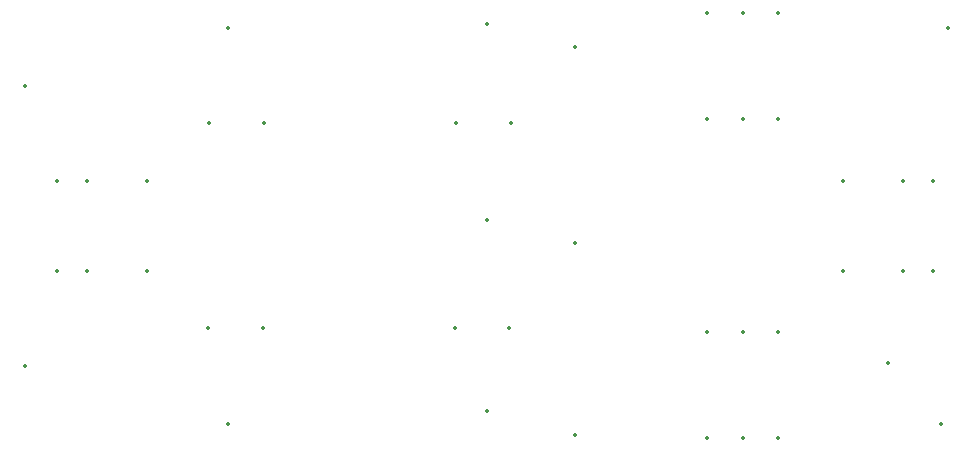
<source format=gbo>
%TF.GenerationSoftware,KiCad,Pcbnew,(6.0.7)*%
%TF.CreationDate,2024-06-21T12:53:57+05:30*%
%TF.ProjectId,BBNL_PDU_Protector,42424e4c-5f50-4445-955f-50726f746563,rev?*%
%TF.SameCoordinates,Original*%
%TF.FileFunction,Legend,Bot*%
%TF.FilePolarity,Positive*%
%FSLAX46Y46*%
G04 Gerber Fmt 4.6, Leading zero omitted, Abs format (unit mm)*
G04 Created by KiCad (PCBNEW (6.0.7)) date 2024-06-21 12:53:57*
%MOMM*%
%LPD*%
G01*
G04 APERTURE LIST*
%ADD10C,0.350000*%
G04 APERTURE END LIST*
D10*
X110750000Y-64600000D03*
X118250000Y-66600000D03*
X118250000Y-99400000D03*
X110750000Y-97400000D03*
X132400000Y-99700000D03*
X135400000Y-99700000D03*
X129400000Y-99700000D03*
X129400000Y-90700000D03*
X135400000Y-90700000D03*
X132400000Y-90700000D03*
X87150000Y-90400000D03*
X91750000Y-90400000D03*
X108050000Y-90400000D03*
X112650000Y-90400000D03*
X71662500Y-93620000D03*
X71662500Y-69880000D03*
X82002500Y-77940000D03*
X76922500Y-77940000D03*
X74382500Y-77940000D03*
X82002500Y-85560000D03*
X76922500Y-85560000D03*
X74382500Y-85560000D03*
X110750000Y-81200000D03*
X118250000Y-83200000D03*
X144700000Y-93300000D03*
X149800000Y-65000000D03*
X149200000Y-98500000D03*
X87250000Y-73000000D03*
X91850000Y-73000000D03*
X112750000Y-73000000D03*
X108150000Y-73000000D03*
X135400000Y-63700000D03*
X132400000Y-63700000D03*
X129400000Y-63700000D03*
X132400000Y-72700000D03*
X135400000Y-72700000D03*
X129400000Y-72700000D03*
X88800000Y-98500000D03*
X140917500Y-85560000D03*
X145997500Y-85560000D03*
X148537500Y-85560000D03*
X140917500Y-77940000D03*
X145997500Y-77940000D03*
X148537500Y-77940000D03*
X88800000Y-65000000D03*
M02*

</source>
